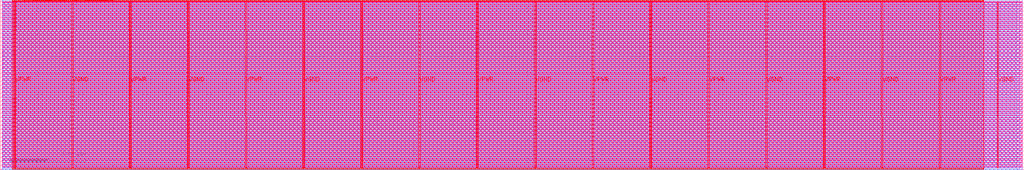
<source format=lef>
VERSION 5.7 ;
  NOWIREEXTENSIONATPIN ON ;
  DIVIDERCHAR "/" ;
  BUSBITCHARS "[]" ;
MACRO tt_um_kianV_rv32ima_uLinux_SoC
  CLASS BLOCK ;
  FOREIGN tt_um_kianV_rv32ima_uLinux_SoC ;
  ORIGIN 0.000 0.000 ;
  SIZE 1359.760 BY 225.760 ;
  PIN VGND
    DIRECTION INOUT ;
    USE GROUND ;
    PORT
      LAYER met4 ;
        RECT 95.080 2.480 96.680 223.280 ;
    END
    PORT
      LAYER met4 ;
        RECT 248.680 2.480 250.280 223.280 ;
    END
    PORT
      LAYER met4 ;
        RECT 402.280 2.480 403.880 223.280 ;
    END
    PORT
      LAYER met4 ;
        RECT 555.880 2.480 557.480 223.280 ;
    END
    PORT
      LAYER met4 ;
        RECT 709.480 2.480 711.080 223.280 ;
    END
    PORT
      LAYER met4 ;
        RECT 863.080 2.480 864.680 223.280 ;
    END
    PORT
      LAYER met4 ;
        RECT 1016.680 2.480 1018.280 223.280 ;
    END
    PORT
      LAYER met4 ;
        RECT 1170.280 2.480 1171.880 223.280 ;
    END
    PORT
      LAYER met4 ;
        RECT 1323.880 2.480 1325.480 223.280 ;
    END
  END VGND
  PIN VPWR
    DIRECTION INOUT ;
    USE POWER ;
    PORT
      LAYER met4 ;
        RECT 18.280 2.480 19.880 223.280 ;
    END
    PORT
      LAYER met4 ;
        RECT 171.880 2.480 173.480 223.280 ;
    END
    PORT
      LAYER met4 ;
        RECT 325.480 2.480 327.080 223.280 ;
    END
    PORT
      LAYER met4 ;
        RECT 479.080 2.480 480.680 223.280 ;
    END
    PORT
      LAYER met4 ;
        RECT 632.680 2.480 634.280 223.280 ;
    END
    PORT
      LAYER met4 ;
        RECT 786.280 2.480 787.880 223.280 ;
    END
    PORT
      LAYER met4 ;
        RECT 939.880 2.480 941.480 223.280 ;
    END
    PORT
      LAYER met4 ;
        RECT 1093.480 2.480 1095.080 223.280 ;
    END
    PORT
      LAYER met4 ;
        RECT 1247.080 2.480 1248.680 223.280 ;
    END
  END VPWR
  PIN clk
    DIRECTION INPUT ;
    USE SIGNAL ;
    ANTENNAGATEAREA 0.852000 ;
    PORT
      LAYER met4 ;
        RECT 145.670 224.760 145.970 225.760 ;
    END
  END clk
  PIN ena
    DIRECTION INPUT ;
    USE SIGNAL ;
    PORT
      LAYER met4 ;
        RECT 148.430 224.760 148.730 225.760 ;
    END
  END ena
  PIN rst_n
    DIRECTION INPUT ;
    USE SIGNAL ;
    ANTENNAGATEAREA 0.159000 ;
    PORT
      LAYER met4 ;
        RECT 142.910 224.760 143.210 225.760 ;
    END
  END rst_n
  PIN ui_in[0]
    DIRECTION INPUT ;
    USE SIGNAL ;
    PORT
      LAYER met4 ;
        RECT 140.150 224.760 140.450 225.760 ;
    END
  END ui_in[0]
  PIN ui_in[1]
    DIRECTION INPUT ;
    USE SIGNAL ;
    PORT
      LAYER met4 ;
        RECT 137.390 224.760 137.690 225.760 ;
    END
  END ui_in[1]
  PIN ui_in[2]
    DIRECTION INPUT ;
    USE SIGNAL ;
    PORT
      LAYER met4 ;
        RECT 134.630 224.760 134.930 225.760 ;
    END
  END ui_in[2]
  PIN ui_in[3]
    DIRECTION INPUT ;
    USE SIGNAL ;
    ANTENNAGATEAREA 0.426000 ;
    PORT
      LAYER met4 ;
        RECT 131.870 224.760 132.170 225.760 ;
    END
  END ui_in[3]
  PIN ui_in[4]
    DIRECTION INPUT ;
    USE SIGNAL ;
    PORT
      LAYER met4 ;
        RECT 129.110 224.760 129.410 225.760 ;
    END
  END ui_in[4]
  PIN ui_in[5]
    DIRECTION INPUT ;
    USE SIGNAL ;
    PORT
      LAYER met4 ;
        RECT 126.350 224.760 126.650 225.760 ;
    END
  END ui_in[5]
  PIN ui_in[6]
    DIRECTION INPUT ;
    USE SIGNAL ;
    PORT
      LAYER met4 ;
        RECT 123.590 224.760 123.890 225.760 ;
    END
  END ui_in[6]
  PIN ui_in[7]
    DIRECTION INPUT ;
    USE SIGNAL ;
    PORT
      LAYER met4 ;
        RECT 120.830 224.760 121.130 225.760 ;
    END
  END ui_in[7]
  PIN uio_in[0]
    DIRECTION INPUT ;
    USE SIGNAL ;
    PORT
      LAYER met4 ;
        RECT 118.070 224.760 118.370 225.760 ;
    END
  END uio_in[0]
  PIN uio_in[1]
    DIRECTION INPUT ;
    USE SIGNAL ;
    ANTENNAGATEAREA 0.159000 ;
    PORT
      LAYER met4 ;
        RECT 115.310 224.760 115.610 225.760 ;
    END
  END uio_in[1]
  PIN uio_in[2]
    DIRECTION INPUT ;
    USE SIGNAL ;
    ANTENNAGATEAREA 0.159000 ;
    PORT
      LAYER met4 ;
        RECT 112.550 224.760 112.850 225.760 ;
    END
  END uio_in[2]
  PIN uio_in[3]
    DIRECTION INPUT ;
    USE SIGNAL ;
    PORT
      LAYER met4 ;
        RECT 109.790 224.760 110.090 225.760 ;
    END
  END uio_in[3]
  PIN uio_in[4]
    DIRECTION INPUT ;
    USE SIGNAL ;
    ANTENNAGATEAREA 0.159000 ;
    PORT
      LAYER met4 ;
        RECT 107.030 224.760 107.330 225.760 ;
    END
  END uio_in[4]
  PIN uio_in[5]
    DIRECTION INPUT ;
    USE SIGNAL ;
    ANTENNAGATEAREA 0.159000 ;
    PORT
      LAYER met4 ;
        RECT 104.270 224.760 104.570 225.760 ;
    END
  END uio_in[5]
  PIN uio_in[6]
    DIRECTION INPUT ;
    USE SIGNAL ;
    PORT
      LAYER met4 ;
        RECT 101.510 224.760 101.810 225.760 ;
    END
  END uio_in[6]
  PIN uio_in[7]
    DIRECTION INPUT ;
    USE SIGNAL ;
    PORT
      LAYER met4 ;
        RECT 98.750 224.760 99.050 225.760 ;
    END
  END uio_in[7]
  PIN uio_oe[0]
    DIRECTION OUTPUT TRISTATE ;
    USE SIGNAL ;
    PORT
      LAYER met4 ;
        RECT 51.830 224.760 52.130 225.760 ;
    END
  END uio_oe[0]
  PIN uio_oe[1]
    DIRECTION OUTPUT TRISTATE ;
    USE SIGNAL ;
    ANTENNAGATEAREA 0.247500 ;
    ANTENNADIFFAREA 0.891000 ;
    PORT
      LAYER met4 ;
        RECT 49.070 224.760 49.370 225.760 ;
    END
  END uio_oe[1]
  PIN uio_oe[2]
    DIRECTION OUTPUT TRISTATE ;
    USE SIGNAL ;
    ANTENNADIFFAREA 0.795200 ;
    PORT
      LAYER met4 ;
        RECT 46.310 224.760 46.610 225.760 ;
    END
  END uio_oe[2]
  PIN uio_oe[3]
    DIRECTION OUTPUT TRISTATE ;
    USE SIGNAL ;
    PORT
      LAYER met4 ;
        RECT 43.550 224.760 43.850 225.760 ;
    END
  END uio_oe[3]
  PIN uio_oe[4]
    DIRECTION OUTPUT TRISTATE ;
    USE SIGNAL ;
    ANTENNADIFFAREA 0.795200 ;
    PORT
      LAYER met4 ;
        RECT 40.790 224.760 41.090 225.760 ;
    END
  END uio_oe[4]
  PIN uio_oe[5]
    DIRECTION OUTPUT TRISTATE ;
    USE SIGNAL ;
    ANTENNAGATEAREA 0.673500 ;
    ANTENNADIFFAREA 0.891000 ;
    PORT
      LAYER met4 ;
        RECT 38.030 224.760 38.330 225.760 ;
    END
  END uio_oe[5]
  PIN uio_oe[6]
    DIRECTION OUTPUT TRISTATE ;
    USE SIGNAL ;
    PORT
      LAYER met4 ;
        RECT 35.270 224.760 35.570 225.760 ;
    END
  END uio_oe[6]
  PIN uio_oe[7]
    DIRECTION OUTPUT TRISTATE ;
    USE SIGNAL ;
    PORT
      LAYER met4 ;
        RECT 32.510 224.760 32.810 225.760 ;
    END
  END uio_oe[7]
  PIN uio_out[0]
    DIRECTION OUTPUT TRISTATE ;
    USE SIGNAL ;
    ANTENNAGATEAREA 0.247500 ;
    ANTENNADIFFAREA 0.891000 ;
    PORT
      LAYER met4 ;
        RECT 73.910 224.760 74.210 225.760 ;
    END
  END uio_out[0]
  PIN uio_out[1]
    DIRECTION OUTPUT TRISTATE ;
    USE SIGNAL ;
    ANTENNADIFFAREA 0.795200 ;
    PORT
      LAYER met4 ;
        RECT 71.150 224.760 71.450 225.760 ;
    END
  END uio_out[1]
  PIN uio_out[2]
    DIRECTION OUTPUT TRISTATE ;
    USE SIGNAL ;
    ANTENNADIFFAREA 0.795200 ;
    PORT
      LAYER met4 ;
        RECT 68.390 224.760 68.690 225.760 ;
    END
  END uio_out[2]
  PIN uio_out[3]
    DIRECTION OUTPUT TRISTATE ;
    USE SIGNAL ;
    ANTENNADIFFAREA 0.795200 ;
    PORT
      LAYER met4 ;
        RECT 65.630 224.760 65.930 225.760 ;
    END
  END uio_out[3]
  PIN uio_out[4]
    DIRECTION OUTPUT TRISTATE ;
    USE SIGNAL ;
    ANTENNADIFFAREA 0.795200 ;
    PORT
      LAYER met4 ;
        RECT 62.870 224.760 63.170 225.760 ;
    END
  END uio_out[4]
  PIN uio_out[5]
    DIRECTION OUTPUT TRISTATE ;
    USE SIGNAL ;
    ANTENNADIFFAREA 0.795200 ;
    PORT
      LAYER met4 ;
        RECT 60.110 224.760 60.410 225.760 ;
    END
  END uio_out[5]
  PIN uio_out[6]
    DIRECTION OUTPUT TRISTATE ;
    USE SIGNAL ;
    ANTENNAGATEAREA 0.126000 ;
    ANTENNADIFFAREA 0.891000 ;
    PORT
      LAYER met4 ;
        RECT 57.350 224.760 57.650 225.760 ;
    END
  END uio_out[6]
  PIN uio_out[7]
    DIRECTION OUTPUT TRISTATE ;
    USE SIGNAL ;
    PORT
      LAYER met4 ;
        RECT 54.590 224.760 54.890 225.760 ;
    END
  END uio_out[7]
  PIN uo_out[0]
    DIRECTION OUTPUT TRISTATE ;
    USE SIGNAL ;
    ANTENNADIFFAREA 0.795200 ;
    PORT
      LAYER met4 ;
        RECT 95.990 224.760 96.290 225.760 ;
    END
  END uo_out[0]
  PIN uo_out[1]
    DIRECTION OUTPUT TRISTATE ;
    USE SIGNAL ;
    ANTENNADIFFAREA 0.891000 ;
    PORT
      LAYER met4 ;
        RECT 93.230 224.760 93.530 225.760 ;
    END
  END uo_out[1]
  PIN uo_out[2]
    DIRECTION OUTPUT TRISTATE ;
    USE SIGNAL ;
    ANTENNADIFFAREA 0.795200 ;
    PORT
      LAYER met4 ;
        RECT 90.470 224.760 90.770 225.760 ;
    END
  END uo_out[2]
  PIN uo_out[3]
    DIRECTION OUTPUT TRISTATE ;
    USE SIGNAL ;
    ANTENNADIFFAREA 0.795200 ;
    PORT
      LAYER met4 ;
        RECT 87.710 224.760 88.010 225.760 ;
    END
  END uo_out[3]
  PIN uo_out[4]
    DIRECTION OUTPUT TRISTATE ;
    USE SIGNAL ;
    ANTENNADIFFAREA 0.795200 ;
    PORT
      LAYER met4 ;
        RECT 84.950 224.760 85.250 225.760 ;
    END
  END uo_out[4]
  PIN uo_out[5]
    DIRECTION OUTPUT TRISTATE ;
    USE SIGNAL ;
    ANTENNADIFFAREA 0.795200 ;
    PORT
      LAYER met4 ;
        RECT 82.190 224.760 82.490 225.760 ;
    END
  END uo_out[5]
  PIN uo_out[6]
    DIRECTION OUTPUT TRISTATE ;
    USE SIGNAL ;
    ANTENNADIFFAREA 0.795200 ;
    PORT
      LAYER met4 ;
        RECT 79.430 224.760 79.730 225.760 ;
    END
  END uo_out[6]
  PIN uo_out[7]
    DIRECTION OUTPUT TRISTATE ;
    USE SIGNAL ;
    ANTENNADIFFAREA 0.795200 ;
    PORT
      LAYER met4 ;
        RECT 76.670 224.760 76.970 225.760 ;
    END
  END uo_out[7]
  OBS
      LAYER nwell ;
        RECT 2.570 221.625 1357.190 223.230 ;
        RECT 2.570 216.185 1357.190 219.015 ;
        RECT 2.570 210.745 1357.190 213.575 ;
        RECT 2.570 205.305 1357.190 208.135 ;
        RECT 2.570 199.865 1357.190 202.695 ;
        RECT 2.570 194.425 1357.190 197.255 ;
        RECT 2.570 188.985 1357.190 191.815 ;
        RECT 2.570 183.545 1357.190 186.375 ;
        RECT 2.570 178.105 1357.190 180.935 ;
        RECT 2.570 172.665 1357.190 175.495 ;
        RECT 2.570 167.225 1357.190 170.055 ;
        RECT 2.570 161.785 1357.190 164.615 ;
        RECT 2.570 156.345 1357.190 159.175 ;
        RECT 2.570 150.905 1357.190 153.735 ;
        RECT 2.570 145.465 1357.190 148.295 ;
        RECT 2.570 140.025 1357.190 142.855 ;
        RECT 2.570 134.585 1357.190 137.415 ;
        RECT 2.570 129.145 1357.190 131.975 ;
        RECT 2.570 123.705 1357.190 126.535 ;
        RECT 2.570 118.265 1357.190 121.095 ;
        RECT 2.570 112.825 1357.190 115.655 ;
        RECT 2.570 107.385 1357.190 110.215 ;
        RECT 2.570 101.945 1357.190 104.775 ;
        RECT 2.570 96.505 1357.190 99.335 ;
        RECT 2.570 91.065 1357.190 93.895 ;
        RECT 2.570 85.625 1357.190 88.455 ;
        RECT 2.570 80.185 1357.190 83.015 ;
        RECT 2.570 74.745 1357.190 77.575 ;
        RECT 2.570 69.305 1357.190 72.135 ;
        RECT 2.570 63.865 1357.190 66.695 ;
        RECT 2.570 58.425 1357.190 61.255 ;
        RECT 2.570 52.985 1357.190 55.815 ;
        RECT 2.570 47.545 1357.190 50.375 ;
        RECT 2.570 42.105 1357.190 44.935 ;
        RECT 2.570 36.665 1357.190 39.495 ;
        RECT 2.570 31.225 1357.190 34.055 ;
        RECT 2.570 25.785 1357.190 28.615 ;
        RECT 2.570 20.345 1357.190 23.175 ;
        RECT 2.570 14.905 1357.190 17.735 ;
        RECT 2.570 9.465 1357.190 12.295 ;
        RECT 2.570 4.025 1357.190 6.855 ;
      LAYER li1 ;
        RECT 2.760 2.635 1357.000 223.125 ;
      LAYER met1 ;
        RECT 2.760 0.040 1357.000 225.720 ;
      LAYER met2 ;
        RECT 4.230 0.010 1354.140 225.750 ;
      LAYER met3 ;
        RECT 4.205 0.175 1350.035 225.585 ;
      LAYER met4 ;
        RECT 15.935 224.360 32.110 225.585 ;
        RECT 33.210 224.360 34.870 225.585 ;
        RECT 35.970 224.360 37.630 225.585 ;
        RECT 38.730 224.360 40.390 225.585 ;
        RECT 41.490 224.360 43.150 225.585 ;
        RECT 44.250 224.360 45.910 225.585 ;
        RECT 47.010 224.360 48.670 225.585 ;
        RECT 49.770 224.360 51.430 225.585 ;
        RECT 52.530 224.360 54.190 225.585 ;
        RECT 55.290 224.360 56.950 225.585 ;
        RECT 58.050 224.360 59.710 225.585 ;
        RECT 60.810 224.360 62.470 225.585 ;
        RECT 63.570 224.360 65.230 225.585 ;
        RECT 66.330 224.360 67.990 225.585 ;
        RECT 69.090 224.360 70.750 225.585 ;
        RECT 71.850 224.360 73.510 225.585 ;
        RECT 74.610 224.360 76.270 225.585 ;
        RECT 77.370 224.360 79.030 225.585 ;
        RECT 80.130 224.360 81.790 225.585 ;
        RECT 82.890 224.360 84.550 225.585 ;
        RECT 85.650 224.360 87.310 225.585 ;
        RECT 88.410 224.360 90.070 225.585 ;
        RECT 91.170 224.360 92.830 225.585 ;
        RECT 93.930 224.360 95.590 225.585 ;
        RECT 96.690 224.360 98.350 225.585 ;
        RECT 99.450 224.360 101.110 225.585 ;
        RECT 102.210 224.360 103.870 225.585 ;
        RECT 104.970 224.360 106.630 225.585 ;
        RECT 107.730 224.360 109.390 225.585 ;
        RECT 110.490 224.360 112.150 225.585 ;
        RECT 113.250 224.360 114.910 225.585 ;
        RECT 116.010 224.360 117.670 225.585 ;
        RECT 118.770 224.360 120.430 225.585 ;
        RECT 121.530 224.360 123.190 225.585 ;
        RECT 124.290 224.360 125.950 225.585 ;
        RECT 127.050 224.360 128.710 225.585 ;
        RECT 129.810 224.360 131.470 225.585 ;
        RECT 132.570 224.360 134.230 225.585 ;
        RECT 135.330 224.360 136.990 225.585 ;
        RECT 138.090 224.360 139.750 225.585 ;
        RECT 140.850 224.360 142.510 225.585 ;
        RECT 143.610 224.360 145.270 225.585 ;
        RECT 146.370 224.360 148.030 225.585 ;
        RECT 149.130 224.360 1306.105 225.585 ;
        RECT 15.935 223.680 1306.105 224.360 ;
        RECT 15.935 2.080 17.880 223.680 ;
        RECT 20.280 2.080 94.680 223.680 ;
        RECT 97.080 2.080 171.480 223.680 ;
        RECT 173.880 2.080 248.280 223.680 ;
        RECT 250.680 2.080 325.080 223.680 ;
        RECT 327.480 2.080 401.880 223.680 ;
        RECT 404.280 2.080 478.680 223.680 ;
        RECT 481.080 2.080 555.480 223.680 ;
        RECT 557.880 2.080 632.280 223.680 ;
        RECT 634.680 2.080 709.080 223.680 ;
        RECT 711.480 2.080 785.880 223.680 ;
        RECT 788.280 2.080 862.680 223.680 ;
        RECT 865.080 2.080 939.480 223.680 ;
        RECT 941.880 2.080 1016.280 223.680 ;
        RECT 1018.680 2.080 1093.080 223.680 ;
        RECT 1095.480 2.080 1169.880 223.680 ;
        RECT 1172.280 2.080 1246.680 223.680 ;
        RECT 1249.080 2.080 1306.105 223.680 ;
        RECT 15.935 0.855 1306.105 2.080 ;
  END
END tt_um_kianV_rv32ima_uLinux_SoC
END LIBRARY


</source>
